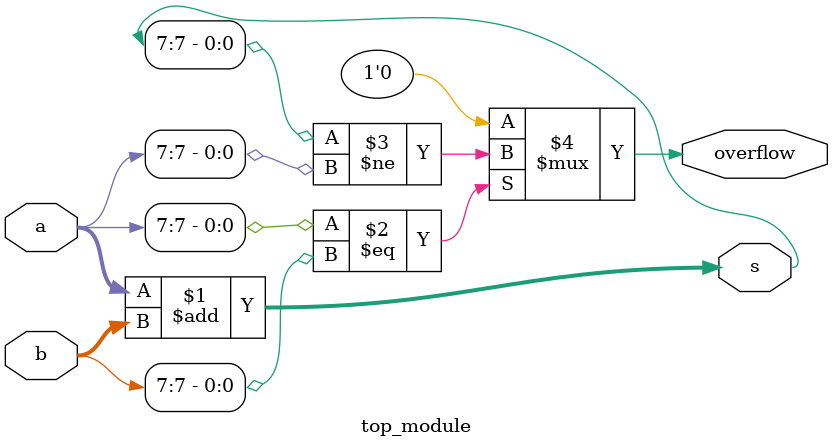
<source format=v>
module top_module (
    input [7:0] a,
    input [7:0] b,
    output [7:0] s,
    output overflow
); // 
    assign s = a + b;
    assign overflow = (a[7] == b[7]) ? (s[7] != a[7]) : 1'b0;

endmodule

</source>
